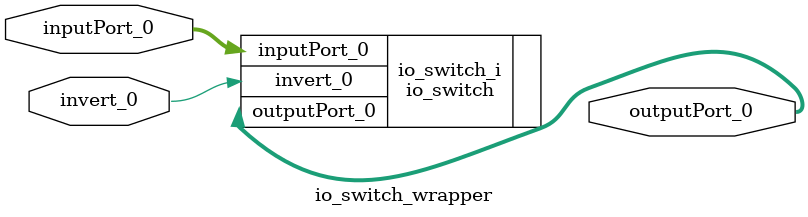
<source format=v>
`timescale 1 ps / 1 ps

module io_switch_wrapper
   (inputPort_0,
    invert_0,
    outputPort_0);
  input [3:0]inputPort_0;
  input invert_0;
  output [3:0]outputPort_0;

  wire [3:0]inputPort_0;
  wire invert_0;
  wire [3:0]outputPort_0;

  io_switch io_switch_i
       (.inputPort_0(inputPort_0),
        .invert_0(invert_0),
        .outputPort_0(outputPort_0));
endmodule

</source>
